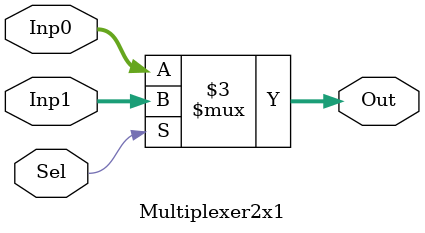
<source format=v>
`timescale 1ns / 1ps


module Multiplexer2x1 #(parameter Data_width = 32)(
    input [Data_width - 1:0] Inp0,
    input [Data_width - 1:0]Inp1,
    input Sel,
    output reg [Data_width-1 : 0] Out
    );
    always @(Inp0, Inp1, Sel)
        begin
            if(Sel)
                Out <= Inp1;
            else
                Out <= Inp0;
        end
endmodule

</source>
